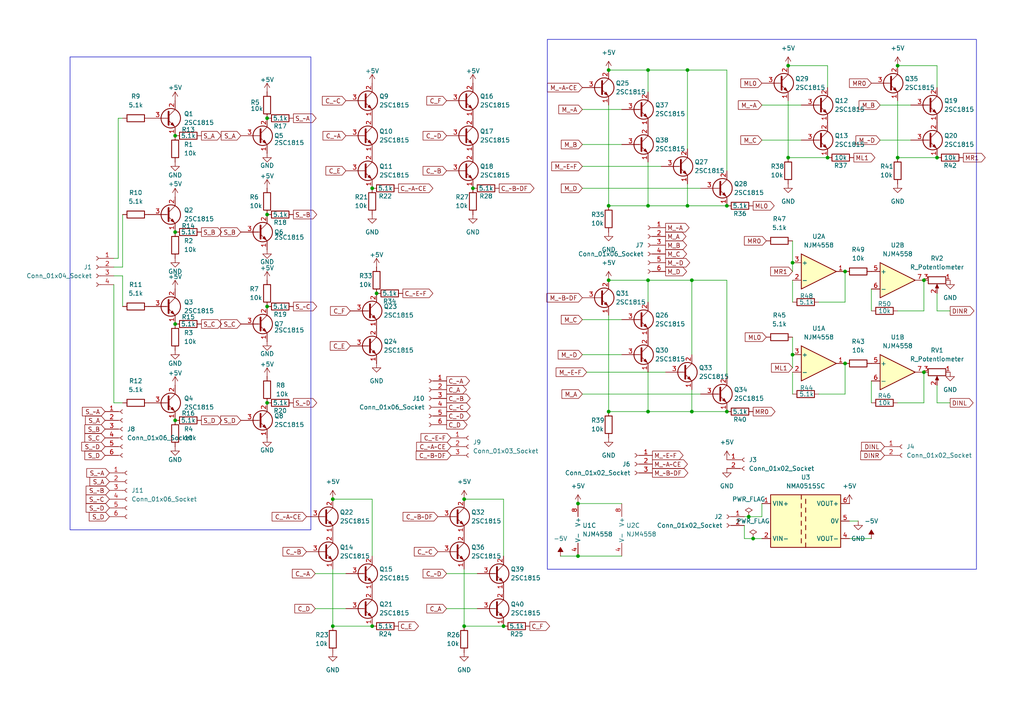
<source format=kicad_sch>
(kicad_sch (version 20231120) (generator "eeschema") (generator_version "8.0")
  (paper "A4")
  (junction (at 245.11 78.74))
  (junction (at 167.64 146.05))
  (junction (at 260.35 45.72))
  (junction (at 229.87 76.2))
  (junction (at 96.52 144.78))
  (junction (at 176.53 20.32))
  (junction (at 260.35 19.05))
  (junction (at 77.47 116.84))
  (junction (at 50.8 39.37))
  (junction (at 77.47 88.9))
  (junction (at 200.66 119.38))
  (junction (at 200.66 81.28))
  (junction (at 77.47 62.23))
  (junction (at 228.6 19.05))
  (junction (at 167.64 161.29))
  (junction (at 96.52 181.61))
  (junction (at 245.11 105.41))
  (junction (at 187.96 20.32))
  (junction (at 187.96 119.38))
  (junction (at 107.95 54.61))
  (junction (at 218.44 156.21))
  (junction (at 176.53 59.69))
  (junction (at 109.22 85.09))
  (junction (at 240.03 45.72))
  (junction (at 187.96 81.28))
  (junction (at 50.8 121.92))
  (junction (at 176.53 81.28))
  (junction (at 210.82 119.38))
  (junction (at 228.6 45.72))
  (junction (at 229.87 102.87))
  (junction (at 199.39 20.32))
  (junction (at 267.97 107.95))
  (junction (at 137.16 54.61))
  (junction (at 199.39 59.69))
  (junction (at 267.97 81.28))
  (junction (at 187.96 59.69))
  (junction (at 176.53 119.38))
  (junction (at 134.62 181.61))
  (junction (at 271.78 45.72))
  (junction (at 107.95 181.61))
  (junction (at 50.8 93.98))
  (junction (at 77.47 34.29))
  (junction (at 217.17 149.86))
  (junction (at 50.8 67.31))
  (junction (at 134.62 144.78))
  (junction (at 146.05 181.61))
  (junction (at 210.82 59.69))
  (wire (pts (xy 210.82 81.28) (xy 210.82 109.22)))
  (wire (pts (xy 229.87 97.79) (xy 229.87 102.87)))
  (wire (pts (xy 134.62 181.61) (xy 146.05 181.61)))
  (wire (pts (xy 260.35 29.21) (xy 260.35 45.72)))
  (wire (pts (xy 168.91 102.87) (xy 180.34 102.87)))
  (wire (pts (xy 176.53 91.44) (xy 176.53 119.38)))
  (wire (pts (xy 176.53 59.69) (xy 187.96 59.69)))
  (wire (pts (xy 271.78 19.05) (xy 260.35 19.05)))
  (wire (pts (xy 168.91 41.91) (xy 180.34 41.91)))
  (wire (pts (xy 267.97 90.17) (xy 267.97 81.28)))
  (wire (pts (xy 246.38 151.13) (xy 248.92 151.13)))
  (wire (pts (xy 187.96 59.69) (xy 199.39 59.69)))
  (wire (pts (xy 218.44 156.21) (xy 220.98 156.21)))
  (wire (pts (xy 229.87 69.85) (xy 229.87 76.2)))
  (wire (pts (xy 255.27 30.48) (xy 264.16 30.48)))
  (wire (pts (xy 199.39 59.69) (xy 210.82 59.69)))
  (wire (pts (xy 199.39 20.32) (xy 210.82 20.32)))
  (wire (pts (xy 187.96 81.28) (xy 187.96 87.63)))
  (wire (pts (xy 34.29 34.29) (xy 35.56 34.29)))
  (wire (pts (xy 107.95 144.78) (xy 96.52 144.78)))
  (wire (pts (xy 228.6 29.21) (xy 228.6 45.72)))
  (wire (pts (xy 146.05 144.78) (xy 146.05 161.29)))
  (wire (pts (xy 96.52 181.61) (xy 107.95 181.61)))
  (wire (pts (xy 260.35 116.84) (xy 267.97 116.84)))
  (wire (pts (xy 229.87 76.2) (xy 229.87 78.74)))
  (wire (pts (xy 146.05 144.78) (xy 134.62 144.78)))
  (wire (pts (xy 220.98 40.64) (xy 232.41 40.64)))
  (wire (pts (xy 134.62 165.1) (xy 134.62 181.61)))
  (wire (pts (xy 96.52 165.1) (xy 96.52 181.61)))
  (wire (pts (xy 34.29 74.93) (xy 33.02 74.93)))
  (wire (pts (xy 252.73 110.49) (xy 252.73 116.84)))
  (wire (pts (xy 107.95 144.78) (xy 107.95 161.29)))
  (wire (pts (xy 176.53 119.38) (xy 187.96 119.38)))
  (wire (pts (xy 33.02 82.55) (xy 33.02 116.84)))
  (wire (pts (xy 168.91 48.26) (xy 191.77 48.26)))
  (wire (pts (xy 237.49 87.63) (xy 245.11 87.63)))
  (wire (pts (xy 200.66 113.03) (xy 200.66 119.38)))
  (wire (pts (xy 34.29 34.29) (xy 34.29 74.93)))
  (wire (pts (xy 91.44 166.37) (xy 100.33 166.37)))
  (wire (pts (xy 35.56 62.23) (xy 35.56 77.47)))
  (wire (pts (xy 240.03 25.4) (xy 240.03 19.05)))
  (wire (pts (xy 167.64 146.05) (xy 180.34 146.05)))
  (wire (pts (xy 245.11 87.63) (xy 245.11 78.74)))
  (wire (pts (xy 275.59 116.84) (xy 271.78 116.84)))
  (wire (pts (xy 176.53 81.28) (xy 187.96 81.28)))
  (wire (pts (xy 260.35 45.72) (xy 271.78 45.72)))
  (wire (pts (xy 176.53 20.32) (xy 187.96 20.32)))
  (wire (pts (xy 252.73 156.21) (xy 246.38 156.21)))
  (wire (pts (xy 168.91 92.71) (xy 180.34 92.71)))
  (wire (pts (xy 187.96 107.95) (xy 187.96 119.38)))
  (wire (pts (xy 260.35 90.17) (xy 267.97 90.17)))
  (wire (pts (xy 35.56 80.01) (xy 35.56 88.9)))
  (wire (pts (xy 237.49 114.3) (xy 245.11 114.3)))
  (wire (pts (xy 220.98 149.86) (xy 220.98 146.05)))
  (wire (pts (xy 252.73 83.82) (xy 252.73 90.17)))
  (wire (pts (xy 229.87 107.95) (xy 229.87 114.3)))
  (wire (pts (xy 162.56 161.29) (xy 167.64 161.29)))
  (wire (pts (xy 215.9 149.86) (xy 217.17 149.86)))
  (wire (pts (xy 271.78 85.09) (xy 271.78 90.17)))
  (wire (pts (xy 187.96 20.32) (xy 199.39 20.32)))
  (wire (pts (xy 168.91 31.75) (xy 180.34 31.75)))
  (wire (pts (xy 200.66 81.28) (xy 200.66 102.87)))
  (wire (pts (xy 33.02 116.84) (xy 35.56 116.84)))
  (wire (pts (xy 271.78 25.4) (xy 271.78 19.05)))
  (wire (pts (xy 271.78 116.84) (xy 271.78 111.76)))
  (wire (pts (xy 176.53 30.48) (xy 176.53 59.69)))
  (wire (pts (xy 187.96 81.28) (xy 200.66 81.28)))
  (wire (pts (xy 33.02 80.01) (xy 35.56 80.01)))
  (wire (pts (xy 168.91 54.61) (xy 203.2 54.61)))
  (wire (pts (xy 245.11 114.3) (xy 245.11 105.41)))
  (wire (pts (xy 215.9 156.21) (xy 218.44 156.21)))
  (wire (pts (xy 170.18 107.95) (xy 193.04 107.95)))
  (wire (pts (xy 255.27 40.64) (xy 264.16 40.64)))
  (wire (pts (xy 267.97 116.84) (xy 267.97 107.95)))
  (wire (pts (xy 167.64 161.29) (xy 180.34 161.29)))
  (wire (pts (xy 271.78 90.17) (xy 275.59 90.17)))
  (wire (pts (xy 168.91 114.3) (xy 203.2 114.3)))
  (wire (pts (xy 229.87 81.28) (xy 229.87 87.63)))
  (wire (pts (xy 199.39 20.32) (xy 199.39 43.18)))
  (wire (pts (xy 33.02 77.47) (xy 35.56 77.47)))
  (wire (pts (xy 229.87 106.68) (xy 229.87 102.87)))
  (wire (pts (xy 217.17 149.86) (xy 220.98 149.86)))
  (wire (pts (xy 187.96 119.38) (xy 200.66 119.38)))
  (wire (pts (xy 215.9 152.4) (xy 215.9 156.21)))
  (wire (pts (xy 199.39 53.34) (xy 199.39 59.69)))
  (wire (pts (xy 187.96 46.99) (xy 187.96 59.69)))
  (wire (pts (xy 129.54 176.53) (xy 138.43 176.53)))
  (wire (pts (xy 240.03 19.05) (xy 228.6 19.05)))
  (wire (pts (xy 200.66 119.38) (xy 210.82 119.38)))
  (wire (pts (xy 210.82 20.32) (xy 210.82 49.53)))
  (wire (pts (xy 91.44 176.53) (xy 100.33 176.53)))
  (wire (pts (xy 129.54 166.37) (xy 138.43 166.37)))
  (wire (pts (xy 187.96 20.32) (xy 187.96 26.67)))
  (wire (pts (xy 220.98 30.48) (xy 232.41 30.48)))
  (wire (pts (xy 200.66 81.28) (xy 210.82 81.28)))
  (wire (pts (xy 228.6 45.72) (xy 240.03 45.72)))
  (rectangle (start 158.75 11.43) (end 283.21 165.1))
  (rectangle (start 20.32 16.51) (end 90.17 153.67))
  (global_label "MR0" (shape input) (at 252.73 24.13 180) (property "Intersheetrefs" "${INTERSHEET_REFS}" (effects (hide yes))))
  (global_label "C_~B~DF" (shape output) (at 144.78 54.61 0) (property "Intersheetrefs" "${INTERSHEET_REFS}" (effects (hide yes))))
  (global_label "C_F" (shape output) (at 153.67 181.61 0) (property "Intersheetrefs" "${INTERSHEET_REFS}" (effects (hide yes))))
  (global_label "M_A" (shape output) (at 193.04 68.58 0) (property "Intersheetrefs" "${INTERSHEET_REFS}" (effects (hide yes))))
  (global_label "S_B" (shape output) (at 58.42 67.31 0) (property "Intersheetrefs" "${INTERSHEET_REFS}" (effects (hide yes))))
  (global_label "S_C" (shape input) (at 30.48 127 180) (property "Intersheetrefs" "${INTERSHEET_REFS}" (effects (hide yes))))
  (global_label "M_~D" (shape output) (at 193.04 76.2 0) (property "Intersheetrefs" "${INTERSHEET_REFS}" (effects (hide yes))))
  (global_label "C_~A~CE" (shape output) (at 115.57 54.61 0) (property "Intersheetrefs" "${INTERSHEET_REFS}" (effects (hide yes))))
  (global_label "S_D" (shape input) (at 69.85 121.92 180) (property "Intersheetrefs" "${INTERSHEET_REFS}" (effects (hide yes))))
  (global_label "C_~A~CE" (shape input) (at 88.9 149.86 180) (property "Intersheetrefs" "${INTERSHEET_REFS}" (effects (hide yes))))
  (global_label "MR0" (shape output) (at 218.44 119.38 0) (property "Intersheetrefs" "${INTERSHEET_REFS}" (effects (hide yes))))
  (global_label "S_~B" (shape output) (at 85.09 62.23 0) (property "Intersheetrefs" "${INTERSHEET_REFS}" (effects (hide yes))))
  (global_label "C_~E~F" (shape input) (at 130.81 127 180) (property "Intersheetrefs" "${INTERSHEET_REFS}" (effects (hide yes))))
  (global_label "S_A" (shape input) (at 30.48 121.92 180) (property "Intersheetrefs" "${INTERSHEET_REFS}" (effects (hide yes))))
  (global_label "DINL" (shape output) (at 275.59 116.84 0) (property "Intersheetrefs" "${INTERSHEET_REFS}" (effects (hide yes))))
  (global_label "M_~A" (shape input) (at 168.91 31.75 180) (property "Intersheetrefs" "${INTERSHEET_REFS}" (effects (hide yes))))
  (global_label "M_~A~CE" (shape input) (at 168.91 25.4 180) (property "Intersheetrefs" "${INTERSHEET_REFS}" (effects (hide yes))))
  (global_label "M_~A" (shape input) (at 220.98 30.48 180) (property "Intersheetrefs" "${INTERSHEET_REFS}" (effects (hide yes))))
  (global_label "C_~B" (shape output) (at 129.54 115.57 0) (property "Intersheetrefs" "${INTERSHEET_REFS}" (effects (hide yes))))
  (global_label "ML1" (shape input) (at 229.87 106.68 180) (property "Intersheetrefs" "${INTERSHEET_REFS}" (effects (hide yes))))
  (global_label "M_~B~DF" (shape output) (at 189.23 137.16 0) (property "Intersheetrefs" "${INTERSHEET_REFS}" (effects (hide yes))))
  (global_label "S_A" (shape input) (at 31.75 139.7 180) (property "Intersheetrefs" "${INTERSHEET_REFS}" (effects (hide yes))))
  (global_label "M_B" (shape output) (at 193.04 71.12 0) (property "Intersheetrefs" "${INTERSHEET_REFS}" (effects (hide yes))))
  (global_label "S_~D" (shape output) (at 85.09 116.84 0) (property "Intersheetrefs" "${INTERSHEET_REFS}" (effects (hide yes))))
  (global_label "S_D" (shape input) (at 30.48 132.08 180) (property "Intersheetrefs" "${INTERSHEET_REFS}" (effects (hide yes))))
  (global_label "M_C" (shape output) (at 193.04 73.66 0) (property "Intersheetrefs" "${INTERSHEET_REFS}" (effects (hide yes))))
  (global_label "S_B" (shape input) (at 30.48 124.46 180) (property "Intersheetrefs" "${INTERSHEET_REFS}" (effects (hide yes))))
  (global_label "M_D" (shape output) (at 193.04 78.74 0) (property "Intersheetrefs" "${INTERSHEET_REFS}" (effects (hide yes))))
  (global_label "S_~A" (shape input) (at 31.75 137.16 180) (property "Intersheetrefs" "${INTERSHEET_REFS}" (effects (hide yes))))
  (global_label "M_~E~F" (shape output) (at 189.23 132.08 0) (property "Intersheetrefs" "${INTERSHEET_REFS}" (effects (hide yes))))
  (global_label "C_A" (shape output) (at 129.54 113.03 0) (property "Intersheetrefs" "${INTERSHEET_REFS}" (effects (hide yes))))
  (global_label "C_~C" (shape output) (at 129.54 118.11 0) (property "Intersheetrefs" "${INTERSHEET_REFS}" (effects (hide yes))))
  (global_label "ML1" (shape output) (at 247.65 45.72 0) (property "Intersheetrefs" "${INTERSHEET_REFS}" (effects (hide yes))))
  (global_label "S_~B" (shape input) (at 31.75 142.24 180) (property "Intersheetrefs" "${INTERSHEET_REFS}" (effects (hide yes))))
  (global_label "S_~D" (shape input) (at 31.75 147.32 180) (property "Intersheetrefs" "${INTERSHEET_REFS}" (effects (hide yes))))
  (global_label "C_~D" (shape output) (at 129.54 120.65 0) (property "Intersheetrefs" "${INTERSHEET_REFS}" (effects (hide yes))))
  (global_label "C_~B" (shape input) (at 88.9 160.02 180) (property "Intersheetrefs" "${INTERSHEET_REFS}" (effects (hide yes))))
  (global_label "C_D" (shape output) (at 129.54 123.19 0) (property "Intersheetrefs" "${INTERSHEET_REFS}" (effects (hide yes))))
  (global_label "S_D" (shape input) (at 31.75 149.86 180) (property "Intersheetrefs" "${INTERSHEET_REFS}" (effects (hide yes))))
  (global_label "C_~A" (shape input) (at 100.33 39.37 180) (property "Intersheetrefs" "${INTERSHEET_REFS}" (effects (hide yes))))
  (global_label "ML0" (shape output) (at 218.44 59.69 0) (property "Intersheetrefs" "${INTERSHEET_REFS}" (effects (hide yes))))
  (global_label "M_D" (shape input) (at 168.91 54.61 180) (property "Intersheetrefs" "${INTERSHEET_REFS}" (effects (hide yes))))
  (global_label "C_~C" (shape input) (at 100.33 29.21 180) (property "Intersheetrefs" "${INTERSHEET_REFS}" (effects (hide yes))))
  (global_label "MR1" (shape input) (at 229.87 78.74 180) (property "Intersheetrefs" "${INTERSHEET_REFS}" (effects (hide yes))))
  (global_label "C_~A~CE" (shape input) (at 130.81 129.54 180) (property "Intersheetrefs" "${INTERSHEET_REFS}" (effects (hide yes))))
  (global_label "C_~D" (shape input) (at 129.54 166.37 180) (property "Intersheetrefs" "${INTERSHEET_REFS}" (effects (hide yes))))
  (global_label "C_~E~F" (shape output) (at 116.84 85.09 0) (property "Intersheetrefs" "${INTERSHEET_REFS}" (effects (hide yes))))
  (global_label "M_A" (shape input) (at 168.91 114.3 180) (property "Intersheetrefs" "${INTERSHEET_REFS}" (effects (hide yes))))
  (global_label "S_~C" (shape output) (at 85.09 88.9 0) (property "Intersheetrefs" "${INTERSHEET_REFS}" (effects (hide yes))))
  (global_label "M_C" (shape input) (at 168.91 92.71 180) (property "Intersheetrefs" "${INTERSHEET_REFS}" (effects (hide yes))))
  (global_label "S_~C" (shape input) (at 31.75 144.78 180) (property "Intersheetrefs" "${INTERSHEET_REFS}" (effects (hide yes))))
  (global_label "M_~E~F" (shape input) (at 168.91 48.26 180) (property "Intersheetrefs" "${INTERSHEET_REFS}" (effects (hide yes))))
  (global_label "S_C" (shape input) (at 69.85 93.98 180) (property "Intersheetrefs" "${INTERSHEET_REFS}" (effects (hide yes))))
  (global_label "S_~A" (shape input) (at 30.48 119.38 180) (property "Intersheetrefs" "${INTERSHEET_REFS}" (effects (hide yes))))
  (global_label "C_E" (shape input) (at 101.6 100.33 180) (property "Intersheetrefs" "${INTERSHEET_REFS}" (effects (hide yes))))
  (global_label "S_B" (shape input) (at 69.85 67.31 180) (property "Intersheetrefs" "${INTERSHEET_REFS}" (effects (hide yes))))
  (global_label "MR0" (shape input) (at 222.25 69.85 180) (property "Intersheetrefs" "${INTERSHEET_REFS}" (effects (hide yes))))
  (global_label "S_~A" (shape output) (at 85.09 34.29 0) (property "Intersheetrefs" "${INTERSHEET_REFS}" (effects (hide yes))))
  (global_label "C_~B" (shape input) (at 129.54 49.53 180) (property "Intersheetrefs" "${INTERSHEET_REFS}" (effects (hide yes))))
  (global_label "M_~D" (shape input) (at 168.91 102.87 180) (property "Intersheetrefs" "${INTERSHEET_REFS}" (effects (hide yes))))
  (global_label "DINR" (shape output) (at 275.59 90.17 0) (property "Intersheetrefs" "${INTERSHEET_REFS}" (effects (hide yes))))
  (global_label "M_~B~DF" (shape input) (at 168.91 86.36 180) (property "Intersheetrefs" "${INTERSHEET_REFS}" (effects (hide yes))))
  (global_label "S_A" (shape input) (at 69.85 39.37 180) (property "Intersheetrefs" "${INTERSHEET_REFS}" (effects (hide yes))))
  (global_label "S_A" (shape output) (at 58.42 39.37 0) (property "Intersheetrefs" "${INTERSHEET_REFS}" (effects (hide yes))))
  (global_label "C_~C" (shape input) (at 127 160.02 180) (property "Intersheetrefs" "${INTERSHEET_REFS}" (effects (hide yes))))
  (global_label "C_~B~DF" (shape input) (at 127 149.86 180) (property "Intersheetrefs" "${INTERSHEET_REFS}" (effects (hide yes))))
  (global_label "M_B" (shape input) (at 168.91 41.91 180) (property "Intersheetrefs" "${INTERSHEET_REFS}" (effects (hide yes))))
  (global_label "DINL" (shape input) (at 256.54 129.54 180) (property "Intersheetrefs" "${INTERSHEET_REFS}" (effects (hide yes))))
  (global_label "MR1" (shape output) (at 279.4 45.72 0) (property "Intersheetrefs" "${INTERSHEET_REFS}" (effects (hide yes))))
  (global_label "M_B" (shape input) (at 255.27 30.48 180) (property "Intersheetrefs" "${INTERSHEET_REFS}" (effects (hide yes))))
  (global_label "C_E" (shape input) (at 100.33 49.53 180) (property "Intersheetrefs" "${INTERSHEET_REFS}" (effects (hide yes))))
  (global_label "C_F" (shape input) (at 101.6 90.17 180) (property "Intersheetrefs" "${INTERSHEET_REFS}" (effects (hide yes))))
  (global_label "M_~E~F" (shape input) (at 170.18 107.95 180) (property "Intersheetrefs" "${INTERSHEET_REFS}" (effects (hide yes))))
  (global_label "ML0" (shape input) (at 222.25 97.79 180) (property "Intersheetrefs" "${INTERSHEET_REFS}" (effects (hide yes))))
  (global_label "M_~A" (shape output) (at 193.04 66.04 0) (property "Intersheetrefs" "${INTERSHEET_REFS}" (effects (hide yes))))
  (global_label "C_~A" (shape input) (at 91.44 166.37 180) (property "Intersheetrefs" "${INTERSHEET_REFS}" (effects (hide yes))))
  (global_label "S_C" (shape output) (at 58.42 93.98 0) (property "Intersheetrefs" "${INTERSHEET_REFS}" (effects (hide yes))))
  (global_label "M_C" (shape input) (at 220.98 40.64 180) (property "Intersheetrefs" "${INTERSHEET_REFS}" (effects (hide yes))))
  (global_label "C_D" (shape input) (at 91.44 176.53 180) (property "Intersheetrefs" "${INTERSHEET_REFS}" (effects (hide yes))))
  (global_label "C_~D" (shape input) (at 129.54 39.37 180) (property "Intersheetrefs" "${INTERSHEET_REFS}" (effects (hide yes))))
  (global_label "C_A" (shape input) (at 129.54 176.53 180) (property "Intersheetrefs" "${INTERSHEET_REFS}" (effects (hide yes))))
  (global_label "S_D" (shape output) (at 58.42 121.92 0) (property "Intersheetrefs" "${INTERSHEET_REFS}" (effects (hide yes))))
  (global_label "M_~A~CE" (shape output) (at 189.23 134.62 0) (property "Intersheetrefs" "${INTERSHEET_REFS}" (effects (hide yes))))
  (global_label "C_~B~DF" (shape input) (at 130.81 132.08 180) (property "Intersheetrefs" "${INTERSHEET_REFS}" (effects (hide yes))))
  (global_label "C_E" (shape output) (at 115.57 181.61 0) (property "Intersheetrefs" "${INTERSHEET_REFS}" (effects (hide yes))))
  (global_label "C_F" (shape input) (at 129.54 29.21 180) (property "Intersheetrefs" "${INTERSHEET_REFS}" (effects (hide yes))))
  (global_label "DINR" (shape input) (at 256.54 132.08 180) (property "Intersheetrefs" "${INTERSHEET_REFS}" (effects (hide yes))))
  (global_label "C_~A" (shape output) (at 129.54 110.49 0) (property "Intersheetrefs" "${INTERSHEET_REFS}" (effects (hide yes))))
  (global_label "S_~D" (shape input) (at 30.48 129.54 180) (property "Intersheetrefs" "${INTERSHEET_REFS}" (effects (hide yes))))
  (global_label "M_~D" (shape input) (at 255.27 40.64 180) (property "Intersheetrefs" "${INTERSHEET_REFS}" (effects (hide yes))))
  (global_label "ML0" (shape input) (at 220.98 24.13 180) (property "Intersheetrefs" "${INTERSHEET_REFS}" (effects (hide yes))))
  (symbol (lib_id "Connector:Conn_01x02_Socket") (at 261.62 129.54 0) (unit 1)
    (property "Reference" "J4" (at 262.89 129.5399 0) (effects (justify left)))
    (property "Value" "Conn_01x02_Socket" (at 262.89 132.0799 0) (effects (justify left)))
    (property "Footprint" "Connector_PinSocket_2.54mm:PinSocket_1x02_P2.54mm_Vertical" (effects (hide yes)))
    (property "Description" "Generic connector, single row, 01x02, script generated" (effects (hide yes)))
  )
  (symbol (lib_id "Transistor_BJT:2SC1815") (at 198.12 107.95 0) (unit 1)
    (property "Reference" "Q33" (at 202.692 106.68 0) (effects (justify left)))
    (property "Value" "2SC1815" (at 202.692 109.22 0) (effects (justify left)))
    (property "Footprint" "Package_TO_SOT_THT:TO-92_Inline_Wide" (effects (hide yes)))
    (property "Datasheet" "https://media.digikey.com/pdf/Data%20Sheets/Toshiba%20PDFs/2SC1815.pdf" (effects (hide yes)))
    (property "Description" "0.15A Ic, 50V Vce, Low Noise Audio NPN Transistor, TO-92" (effects (hide yes)))
  )
  (symbol (lib_id "Device:R") (at 81.28 34.29 270) (unit 1)
    (property "Reference" "R17" (at 81.28 36.576 90))
    (property "Value" "5.1k" (at 81.28 34.29 90))
    (property "Footprint" "Resistor_THT:R_Axial_DIN0204_L3.6mm_D1.6mm_P5.08mm_Horizontal" (effects (hide yes)))
    (property "Description" "Resistor" (effects (hide yes)))
  )
  (symbol (lib_id "power:GND") (at 228.6 53.34 0) (unit 1)
    (property "Reference" "#PWR034" (effects (hide yes)))
    (property "Value" "GND" (at 228.6 58.42 0))
    (property "Description" "Power symbol creates a global label with name \"GND\" , ground" (effects (hide yes)))
  )
  (symbol (lib_id "Device:R") (at 50.8 43.18 0) (unit 1)
    (property "Reference" "R1" (at 53.34 41.9099 0) (effects (justify left)))
    (property "Value" "10k" (at 53.34 44.4499 0) (effects (justify left)))
    (property "Footprint" "Resistor_THT:R_Axial_DIN0204_L3.6mm_D1.6mm_P5.08mm_Horizontal" (effects (hide yes)))
    (property "Description" "Resistor" (effects (hide yes)))
  )
  (symbol (lib_id "Device:R") (at 54.61 39.37 270) (unit 1)
    (property "Reference" "R13" (at 54.61 37.592 90))
    (property "Value" "5.1k" (at 54.61 39.37 90))
    (property "Footprint" "Resistor_THT:R_Axial_DIN0204_L3.6mm_D1.6mm_P7.62mm_Horizontal" (effects (hide yes)))
    (property "Description" "Resistor" (effects (hide yes)))
  )
  (symbol (lib_id "Device:R") (at 54.61 93.98 270) (unit 1)
    (property "Reference" "R15" (at 54.61 91.948 90))
    (property "Value" "5.1k" (at 54.61 93.98 90))
    (property "Footprint" "Resistor_THT:R_Axial_DIN0204_L3.6mm_D1.6mm_P7.62mm_Horizontal" (effects (hide yes)))
    (property "Description" "Resistor" (effects (hide yes)))
  )
  (symbol (lib_id "Transistor_BJT:2SC1815") (at 48.26 116.84 0) (unit 1)
    (property "Reference" "Q4" (at 53.34 115.5699 0) (effects (justify left)))
    (property "Value" "2SC1815" (at 53.34 118.1099 0) (effects (justify left)))
    (property "Footprint" "Package_TO_SOT_THT:TO-92_Inline_Wide" (effects (hide yes)))
    (property "Datasheet" "https://media.digikey.com/pdf/Data%20Sheets/Toshiba%20PDFs/2SC1815.pdf" (effects (hide yes)))
    (property "Description" "0.15A Ic, 50V Vce, Low Noise Audio NPN Transistor, TO-92" (effects (hide yes)))
  )
  (symbol (lib_id "Device:R") (at 39.37 88.9 270) (unit 1)
    (property "Reference" "R11" (at 39.37 82.55 90))
    (property "Value" "5.1k" (at 39.37 85.09 90))
    (property "Footprint" "Resistor_THT:R_Axial_DIN0204_L3.6mm_D1.6mm_P5.08mm_Horizontal" (effects (hide yes)))
    (property "Description" "Resistor" (effects (hide yes)))
  )
  (symbol (lib_id "power:+5V") (at 228.6 19.05 0) (unit 1)
    (property "Reference" "#PWR033" (effects (hide yes)))
    (property "Value" "+5V" (at 228.6 13.97 0))
    (property "Description" "Power symbol creates a global label with name \"+5V\"" (effects (hide yes)))
  )
  (symbol (lib_id "Transistor_BJT:2SC1815") (at 106.68 90.17 0) (unit 1)
    (property "Reference" "Q23" (at 111.252 88.9 0) (effects (justify left)))
    (property "Value" "2SC1815" (at 111.252 91.44 0) (effects (justify left)))
    (property "Footprint" "Package_TO_SOT_THT:TO-92_Inline_Wide" (effects (hide yes)))
    (property "Datasheet" "https://media.digikey.com/pdf/Data%20Sheets/Toshiba%20PDFs/2SC1815.pdf" (effects (hide yes)))
    (property "Description" "0.15A Ic, 50V Vce, Low Noise Audio NPN Transistor, TO-92" (effects (hide yes)))
  )
  (symbol (lib_id "Connector:Conn_01x02_Socket") (at 215.9 133.35 0) (unit 1)
    (property "Reference" "J3" (at 217.17 133.3499 0) (effects (justify left)))
    (property "Value" "Conn_01x02_Socket" (at 217.17 135.8899 0) (effects (justify left)))
    (property "Footprint" "Connector_PinSocket_2.54mm:PinSocket_1x02_P2.54mm_Vertical" (effects (hide yes)))
    (property "Description" "Generic connector, single row, 01x02, script generated" (effects (hide yes)))
  )
  (symbol (lib_id "Transistor_BJT:2SC1815") (at 132.08 160.02 0) (unit 1)
    (property "Reference" "Q36" (at 136.652 158.75 0) (effects (justify left)))
    (property "Value" "2SC1815" (at 136.652 161.29 0) (effects (justify left)))
    (property "Footprint" "Package_TO_SOT_THT:TO-92_Inline_Wide" (effects (hide yes)))
    (property "Datasheet" "https://media.digikey.com/pdf/Data%20Sheets/Toshiba%20PDFs/2SC1815.pdf" (effects (hide yes)))
    (property "Description" "0.15A Ic, 50V Vce, Low Noise Audio NPN Transistor, TO-92" (effects (hide yes)))
  )
  (symbol (lib_id "Device:R") (at 275.59 45.72 270) (unit 1)
    (property "Reference" "R42" (at 275.59 48.006 90))
    (property "Value" "10k" (at 275.59 45.72 90))
    (property "Footprint" "Resistor_THT:R_Axial_DIN0204_L3.6mm_D1.6mm_P5.08mm_Horizontal" (effects (hide yes)))
    (property "Description" "Resistor" (effects (hide yes)))
  )
  (symbol (lib_id "power:+5V") (at 134.62 144.78 0) (unit 1)
    (property "Reference" "#PWR021" (effects (hide yes)))
    (property "Value" "+5V" (at 134.62 139.7 0))
    (property "Description" "Power symbol creates a global label with name \"+5V\"" (effects (hide yes)))
  )
  (symbol (lib_id "Device:R") (at 256.54 116.84 270) (unit 1)
    (property "Reference" "R46" (at 256.54 114.808 90))
    (property "Value" "10k" (at 256.54 116.84 90))
    (property "Footprint" "Resistor_THT:R_Axial_DIN0204_L3.6mm_D1.6mm_P5.08mm_Horizontal" (effects (hide yes)))
    (property "Description" "Resistor" (effects (hide yes)))
  )
  (symbol (lib_id "Transistor_BJT:2SC1815") (at 173.99 25.4 0) (unit 1)
    (property "Reference" "Q25" (at 178.562 24.13 0) (effects (justify left)))
    (property "Value" "2SC1815" (at 178.562 26.67 0) (effects (justify left)))
    (property "Footprint" "Package_TO_SOT_THT:TO-92_Inline_Wide" (effects (hide yes)))
    (property "Datasheet" "https://media.digikey.com/pdf/Data%20Sheets/Toshiba%20PDFs/2SC1815.pdf" (effects (hide yes)))
    (property "Description" "0.15A Ic, 50V Vce, Low Noise Audio NPN Transistor, TO-92" (effects (hide yes)))
  )
  (symbol (lib_id "Transistor_BJT:2SC1815") (at 143.51 176.53 0) (unit 1)
    (property "Reference" "Q40" (at 148.082 175.26 0) (effects (justify left)))
    (property "Value" "2SC1815" (at 148.082 177.8 0) (effects (justify left)))
    (property "Footprint" "Package_TO_SOT_THT:TO-92_Inline_Wide" (effects (hide yes)))
    (property "Datasheet" "https://media.digikey.com/pdf/Data%20Sheets/Toshiba%20PDFs/2SC1815.pdf" (effects (hide yes)))
    (property "Description" "0.15A Ic, 50V Vce, Low Noise Audio NPN Transistor, TO-92" (effects (hide yes)))
  )
  (symbol (lib_id "Transistor_BJT:2SC1815") (at 269.24 40.64 0) (unit 1)
    (property "Reference" "Q20" (at 273.812 39.37 0) (effects (justify left)))
    (property "Value" "2SC1815" (at 273.812 41.91 0) (effects (justify left)))
    (property "Footprint" "Package_TO_SOT_THT:TO-92_Inline_Wide" (effects (hide yes)))
    (property "Datasheet" "https://media.digikey.com/pdf/Data%20Sheets/Toshiba%20PDFs/2SC1815.pdf" (effects (hide yes)))
    (property "Description" "0.15A Ic, 50V Vce, Low Noise Audio NPN Transistor, TO-92" (effects (hide yes)))
  )
  (symbol (lib_id "power:+5V") (at 176.53 81.28 0) (unit 1)
    (property "Reference" "#PWR035" (effects (hide yes)))
    (property "Value" "+5V" (at 176.53 76.2 0))
    (property "Description" "Power symbol creates a global label with name \"+5V\"" (effects (hide yes)))
  )
  (symbol (lib_id "power:-5V") (at 162.56 161.29 0) (unit 1)
    (property "Reference" "#PWR042" (effects (hide yes)))
    (property "Value" "-5V" (at 162.56 156.21 0))
    (property "Description" "Power symbol creates a global label with name \"-5V\"" (effects (hide yes)))
  )
  (symbol (lib_id "power:GND") (at 50.8 74.93 0) (unit 1)
    (property "Reference" "#PWR06" (effects (hide yes)))
    (property "Value" "GND" (at 50.8 78.74 0))
    (property "Description" "Power symbol creates a global label with name \"GND\" , ground" (effects (hide yes)))
  )
  (symbol (lib_id "power:GND") (at 260.35 53.34 0) (unit 1)
    (property "Reference" "#PWR038" (effects (hide yes)))
    (property "Value" "GND" (at 260.35 58.42 0))
    (property "Description" "Power symbol creates a global label with name \"GND\" , ground" (effects (hide yes)))
  )
  (symbol (lib_id "power:GND") (at 50.8 129.54 0) (unit 1)
    (property "Reference" "#PWR08" (effects (hide yes)))
    (property "Value" "GND" (at 50.8 133.35 0))
    (property "Description" "Power symbol creates a global label with name \"GND\" , ground" (effects (hide yes)))
  )
  (symbol (lib_id "power:GND") (at 176.53 127 0) (unit 1)
    (property "Reference" "#PWR036" (effects (hide yes)))
    (property "Value" "GND" (at 176.53 132.08 0))
    (property "Description" "Power symbol creates a global label with name \"GND\" , ground" (effects (hide yes)))
  )
  (symbol (lib_id "Device:R") (at 39.37 34.29 270) (unit 1)
    (property "Reference" "R9" (at 39.37 27.94 90))
    (property "Value" "5.1k" (at 39.37 30.48 90))
    (property "Footprint" "Resistor_THT:R_Axial_DIN0204_L3.6mm_D1.6mm_P5.08mm_Horizontal" (effects (hide yes)))
    (property "Description" "Resistor" (effects (hide yes)))
  )
  (symbol (lib_id "power:+5V") (at 50.8 29.21 0) (unit 1)
    (property "Reference" "#PWR02" (effects (hide yes)))
    (property "Value" "+5V" (at 50.8 25.4 0))
    (property "Description" "Power symbol creates a global label with name \"+5V\"" (effects (hide yes)))
  )
  (symbol (lib_id "Transistor_BJT:2SC1815") (at 48.26 88.9 0) (unit 1)
    (property "Reference" "Q3" (at 53.34 87.6299 0) (effects (justify left)))
    (property "Value" "2SC1815" (at 53.34 90.1699 0) (effects (justify left)))
    (property "Footprint" "Package_TO_SOT_THT:TO-92_Inline_Wide" (effects (hide yes)))
    (property "Datasheet" "https://media.digikey.com/pdf/Data%20Sheets/Toshiba%20PDFs/2SC1815.pdf" (effects (hide yes)))
    (property "Description" "0.15A Ic, 50V Vce, Low Noise Audio NPN Transistor, TO-92" (effects (hide yes)))
  )
  (symbol (lib_id "power:GND") (at 109.22 105.41 0) (unit 1)
    (property "Reference" "#PWR030" (effects (hide yes)))
    (property "Value" "GND" (at 109.22 110.49 0))
    (property "Description" "Power symbol creates a global label with name \"GND\" , ground" (effects (hide yes)))
  )
  (symbol (lib_id "power:+5V") (at 210.82 133.35 0) (unit 1)
    (property "Reference" "#PWR046" (effects (hide yes)))
    (property "Value" "+5V" (at 210.82 128.27 0))
    (property "Description" "Power symbol creates a global label with name \"+5V\"" (effects (hide yes)))
  )
  (symbol (lib_id "Device:R") (at 77.47 58.42 0) (unit 1)
    (property "Reference" "R6" (at 72.39 57.15 0) (effects (justify left)))
    (property "Value" "10k" (at 72.39 59.69 0) (effects (justify left)))
    (property "Footprint" "Resistor_THT:R_Axial_DIN0204_L3.6mm_D1.6mm_P5.08mm_Horizontal" (effects (hide yes)))
    (property "Description" "Resistor" (effects (hide yes)))
  )
  (symbol (lib_id "Device:R") (at 109.22 81.28 0) (unit 1)
    (property "Reference" "R33" (at 104.14 80.01 0) (effects (justify left)))
    (property "Value" "10k" (at 104.14 82.55 0) (effects (justify left)))
    (property "Footprint" "Resistor_THT:R_Axial_DIN0204_L3.6mm_D1.6mm_P5.08mm_Horizontal" (effects (hide yes)))
    (property "Description" "Resistor" (effects (hide yes)))
  )
  (symbol (lib_id "power:GND") (at 77.47 127 0) (unit 1)
    (property "Reference" "#PWR016" (effects (hide yes)))
    (property "Value" "GND" (at 77.47 130.556 0))
    (property "Description" "Power symbol creates a global label with name \"GND\" , ground" (effects (hide yes)))
  )
  (symbol (lib_id "Device:R") (at 81.28 62.23 270) (unit 1)
    (property "Reference" "R18" (at 81.28 64.516 90))
    (property "Value" "5.1k" (at 81.28 62.23 90))
    (property "Footprint" "Resistor_THT:R_Axial_DIN0204_L3.6mm_D1.6mm_P5.08mm_Horizontal" (effects (hide yes)))
    (property "Description" "Resistor" (effects (hide yes)))
  )
  (symbol (lib_id "power:+5V") (at 107.95 24.13 0) (unit 1)
    (property "Reference" "#PWR017" (effects (hide yes)))
    (property "Value" "+5V" (at 107.95 20.574 0))
    (property "Description" "Power symbol creates a global label with name \"+5V\"" (effects (hide yes)))
  )
  (symbol (lib_id "Device:R") (at 54.61 67.31 270) (unit 1)
    (property "Reference" "R14" (at 54.61 65.532 90))
    (property "Value" "5.1k" (at 54.61 67.31 90))
    (property "Footprint" "Resistor_THT:R_Axial_DIN0204_L3.6mm_D1.6mm_P7.62mm_Horizontal" (effects (hide yes)))
    (property "Description" "Resistor" (effects (hide yes)))
  )
  (symbol (lib_id "Device:R") (at 107.95 58.42 0) (unit 1)
    (property "Reference" "R21" (at 102.87 57.15 0) (effects (justify left)))
    (property "Value" "10k" (at 102.87 59.69 0) (effects (justify left)))
    (property "Footprint" "Resistor_THT:R_Axial_DIN0204_L3.6mm_D1.6mm_P5.08mm_Horizontal" (effects (hide yes)))
    (property "Description" "Resistor" (effects (hide yes)))
  )
  (symbol (lib_id "Connector:Conn_01x02_Socket") (at 210.82 149.86 0) (mirror y) (unit 1)
    (property "Reference" "J2" (at 209.55 149.8599 0) (effects (justify left)))
    (property "Value" "Conn_01x02_Socket" (at 209.55 152.3999 0) (effects (justify left)))
    (property "Footprint" "Connector_PinSocket_2.54mm:PinSocket_1x02_P2.54mm_Vertical" (effects (hide yes)))
    (property "Description" "Generic connector, single row, 01x02, script generated" (effects (hide yes)))
  )
  (symbol (lib_id "Transistor_BJT:2SC1815") (at 185.42 31.75 0) (unit 1)
    (property "Reference" "Q37" (at 189.992 30.48 0) (effects (justify left)))
    (property "Value" "2SC1815" (at 189.992 33.02 0) (effects (justify left)))
    (property "Footprint" "Package_TO_SOT_THT:TO-92_Inline_Wide" (effects (hide yes)))
    (property "Datasheet" "https://media.digikey.com/pdf/Data%20Sheets/Toshiba%20PDFs/2SC1815.pdf" (effects (hide yes)))
    (property "Description" "0.15A Ic, 50V Vce, Low Noise Audio NPN Transistor, TO-92" (effects (hide yes)))
  )
  (symbol (lib_id "Device:R") (at 111.76 54.61 270) (unit 1)
    (property "Reference" "R22" (at 111.76 56.896 90))
    (property "Value" "5.1k" (at 111.76 54.61 90))
    (property "Footprint" "Resistor_THT:R_Axial_DIN0204_L3.6mm_D1.6mm_P5.08mm_Horizontal" (effects (hide yes)))
    (property "Description" "Resistor" (effects (hide yes)))
  )
  (symbol (lib_id "power:+5V") (at 176.53 20.32 0) (unit 1)
    (property "Reference" "#PWR031" (effects (hide yes)))
    (property "Value" "+5V" (at 176.53 15.24 0))
    (property "Description" "Power symbol creates a global label with name \"+5V\"" (effects (hide yes)))
  )
  (symbol (lib_id "power:GND") (at 275.59 81.28 0) (unit 1)
    (property "Reference" "#PWR040" (effects (hide yes)))
    (property "Value" "GND" (at 275.59 86.36 0))
    (property "Description" "Power symbol creates a global label with name \"GND\" , ground" (effects (hide yes)))
  )
  (symbol (lib_id "Transistor_BJT:2SC1815") (at 208.28 54.61 0) (unit 1)
    (property "Reference" "Q28" (at 212.852 53.34 0) (effects (justify left)))
    (property "Value" "2SC1815" (at 212.852 55.88 0) (effects (justify left)))
    (property "Footprint" "Package_TO_SOT_THT:TO-92_Inline_Wide" (effects (hide yes)))
    (property "Datasheet" "https://media.digikey.com/pdf/Data%20Sheets/Toshiba%20PDFs/2SC1815.pdf" (effects (hide yes)))
    (property "Description" "0.15A Ic, 50V Vce, Low Noise Audio NPN Transistor, TO-92" (effects (hide yes)))
  )
  (symbol (lib_id "power:-5V") (at 252.73 156.21 0) (unit 1)
    (property "Reference" "#PWR044" (effects (hide yes)))
    (property "Value" "-5V" (at 252.73 151.13 0))
    (property "Description" "Power symbol creates a global label with name \"-5V\"" (effects (hide yes)))
  )
  (symbol (lib_id "power:+5V") (at 96.52 144.78 0) (unit 1)
    (property "Reference" "#PWR019" (effects (hide yes)))
    (property "Value" "+5V" (at 96.52 139.7 0))
    (property "Description" "Power symbol creates a global label with name \"+5V\"" (effects (hide yes)))
  )
  (symbol (lib_id "Device:R_Potentiometer") (at 271.78 107.95 270) (unit 1)
    (property "Reference" "RV1" (at 271.78 101.6 90))
    (property "Value" "R_Potentiometer" (at 271.78 104.14 90))
    (property "Footprint" "Potentiometer_THT:Potentiometer_Bourns_3296X_Horizontal" (effects (hide yes)))
    (property "Description" "Potentiometer" (effects (hide yes)))
  )
  (symbol (lib_id "power:GND") (at 77.47 72.39 0) (unit 1)
    (property "Reference" "#PWR012" (effects (hide yes)))
    (property "Value" "GND" (at 77.47 75.946 0))
    (property "Description" "Power symbol creates a global label with name \"GND\" , ground" (effects (hide yes)))
  )
  (symbol (lib_id "Device:R") (at 260.35 49.53 0) (unit 1)
    (property "Reference" "R41" (at 255.27 48.26 0) (effects (justify left)))
    (property "Value" "10k" (at 255.27 50.8 0) (effects (justify left)))
    (property "Footprint" "Resistor_THT:R_Axial_DIN0204_L3.6mm_D1.6mm_P5.08mm_Horizontal" (effects (hide yes)))
    (property "Description" "Resistor" (effects (hide yes)))
  )
  (symbol (lib_id "Transistor_BJT:2SC1815") (at 105.41 49.53 0) (unit 1)
    (property "Reference" "Q11" (at 109.982 48.26 0) (effects (justify left)))
    (property "Value" "2SC1815" (at 109.982 50.8 0) (effects (justify left)))
    (property "Footprint" "Package_TO_SOT_THT:TO-92_Inline_Wide" (effects (hide yes)))
    (property "Datasheet" "https://media.digikey.com/pdf/Data%20Sheets/Toshiba%20PDFs/2SC1815.pdf" (effects (hide yes)))
    (property "Description" "0.15A Ic, 50V Vce, Low Noise Audio NPN Transistor, TO-92" (effects (hide yes)))
  )
  (symbol (lib_id "power:GND") (at 134.62 189.23 0) (unit 1)
    (property "Reference" "#PWR022" (effects (hide yes)))
    (property "Value" "GND" (at 134.62 194.31 0))
    (property "Description" "Power symbol creates a global label with name \"GND\" , ground" (effects (hide yes)))
  )
  (symbol (lib_id "Device:R_Potentiometer") (at 271.78 81.28 270) (unit 1)
    (property "Reference" "RV2" (at 271.78 74.93 90))
    (property "Value" "R_Potentiometer" (at 271.78 77.47 90))
    (property "Footprint" "Potentiometer_THT:Potentiometer_Bourns_3296X_Horizontal" (effects (hide yes)))
    (property "Description" "Potentiometer" (effects (hide yes)))
  )
  (symbol (lib_id "power:+5V") (at 246.38 146.05 0) (unit 1)
    (property "Reference" "#PWR043" (effects (hide yes)))
    (property "Value" "+5V" (at 246.38 140.97 0))
    (property "Description" "Power symbol creates a global label with name \"+5V\"" (effects (hide yes)))
  )
  (symbol (lib_id "Device:R") (at 113.03 85.09 270) (unit 1)
    (property "Reference" "R34" (at 113.03 87.376 90))
    (property "Value" "5.1k" (at 113.03 85.09 90))
    (property "Footprint" "Resistor_THT:R_Axial_DIN0204_L3.6mm_D1.6mm_P5.08mm_Horizontal" (effects (hide yes)))
    (property "Description" "Resistor" (effects (hide yes)))
  )
  (symbol (lib_id "Device:R") (at 81.28 116.84 270) (unit 1)
    (property "Reference" "R20" (at 81.28 119.126 90))
    (property "Value" "5.1k" (at 81.28 116.84 90))
    (property "Footprint" "Resistor_THT:R_Axial_DIN0204_L3.6mm_D1.6mm_P5.08mm_Horizontal" (effects (hide yes)))
    (property "Description" "Resistor" (effects (hide yes)))
  )
  (symbol (lib_id "Transistor_BJT:2SC1815") (at 48.26 34.29 0) (unit 1)
    (property "Reference" "Q1" (at 53.34 33.0199 0) (effects (justify left)))
    (property "Value" "2SC1815" (at 53.34 35.5599 0) (effects (justify left)))
    (property "Footprint" "Package_TO_SOT_THT:TO-92_Inline_Wide" (effects (hide yes)))
    (property "Datasheet" "https://media.digikey.com/pdf/Data%20Sheets/Toshiba%20PDFs/2SC1815.pdf" (effects (hide yes)))
    (property "Description" "0.15A Ic, 50V Vce, Low Noise Audio NPN Transistor, TO-92" (effects (hide yes)))
  )
  (symbol (lib_id "Device:R") (at 226.06 97.79 270) (unit 1)
    (property "Reference" "R45" (at 226.06 91.44 90))
    (property "Value" "5.1k" (at 226.06 93.98 90))
    (property "Footprint" "Resistor_THT:R_Axial_DIN0204_L3.6mm_D1.6mm_P5.08mm_Horizontal" (effects (hide yes)))
    (property "Description" "Resistor" (effects (hide yes)))
  )
  (symbol (lib_id "power:PWR_FLAG") (at 217.17 149.86 0) (unit 1)
    (property "Reference" "#FLG01" (effects (hide yes)))
    (property "Value" "PWR_FLAG" (at 217.17 144.78 0))
    (property "Description" "Special symbol for telling ERC where power comes from" (effects (hide yes)))
  )
  (symbol (lib_id "Connector:Conn_01x03_Socket") (at 135.89 129.54 0) (unit 1)
    (property "Reference" "J9" (at 137.16 128.2699 0) (effects (justify left)))
    (property "Value" "Conn_01x03_Socket" (at 137.16 130.8099 0) (effects (justify left)))
    (property "Footprint" "Connector_PinSocket_2.54mm:PinSocket_1x03_P2.54mm_Vertical" (effects (hide yes)))
    (property "Description" "Generic connector, single row, 01x03, script generated" (effects (hide yes)))
  )
  (symbol (lib_id "power:+5V") (at 167.64 146.05 0) (unit 1)
    (property "Reference" "#PWR041" (effects (hide yes)))
    (property "Value" "+5V" (at 167.64 140.97 0))
    (property "Description" "Power symbol creates a global label with name \"+5V\"" (effects (hide yes)))
  )
  (symbol (lib_id "Connector:Conn_01x06_Socket") (at 35.56 124.46 0) (unit 1)
    (property "Reference" "J8" (at 36.83 124.4599 0) (effects (justify left)))
    (property "Value" "Conn_01x06_Socket" (at 36.83 126.9999 0) (effects (justify left)))
    (property "Footprint" "Connector_PinSocket_2.54mm:PinSocket_1x06_P2.54mm_Vertical" (effects (hide yes)))
    (property "Description" "Generic connector, single row, 01x06, script generated" (effects (hide yes)))
  )
  (symbol (lib_id "Device:R") (at 256.54 90.17 270) (unit 1)
    (property "Reference" "R50" (at 256.54 88.138 90))
    (property "Value" "10k" (at 256.54 90.17 90))
    (property "Footprint" "Resistor_THT:R_Axial_DIN0204_L3.6mm_D1.6mm_P5.08mm_Horizontal" (effects (hide yes)))
    (property "Description" "Resistor" (effects (hide yes)))
  )
  (symbol (lib_id "Device:R") (at 233.68 87.63 270) (unit 1)
    (property "Reference" "R48" (at 233.934 85.852 90))
    (property "Value" "5.1k" (at 233.934 87.63 90))
    (property "Footprint" "Resistor_THT:R_Axial_DIN0204_L3.6mm_D1.6mm_P5.08mm_Horizontal" (effects (hide yes)))
    (property "Description" "Resistor" (effects (hide yes)))
  )
  (symbol (lib_id "Device:R") (at 140.97 54.61 270) (unit 1)
    (property "Reference" "R28" (at 140.97 56.896 90))
    (property "Value" "5.1k" (at 140.97 54.61 90))
    (property "Footprint" "Resistor_THT:R_Axial_DIN0204_L3.6mm_D1.6mm_P5.08mm_Horizontal" (effects (hide yes)))
    (property "Description" "Resistor" (effects (hide yes)))
  )
  (symbol (lib_id "power:+5V") (at 77.47 54.61 0) (unit 1)
    (property "Reference" "#PWR011" (effects (hide yes)))
    (property "Value" "+5V" (at 77.47 51.054 0))
    (property "Description" "Power symbol creates a global label with name \"+5V\"" (effects (hide yes)))
  )
  (symbol (lib_id "Device:R") (at 39.37 62.23 270) (unit 1)
    (property "Reference" "R10" (at 39.37 55.88 90))
    (property "Value" "5.1k" (at 39.37 58.42 90))
    (property "Footprint" "Resistor_THT:R_Axial_DIN0204_L3.6mm_D1.6mm_P5.08mm_Horizontal" (effects (hide yes)))
    (property "Description" "Resistor" (effects (hide yes)))
  )
  (symbol (lib_id "Transistor_BJT:2SC1815") (at 185.42 102.87 0) (unit 1)
    (property "Reference" "Q30" (at 189.992 101.6 0) (effects (justify left)))
    (property "Value" "2SC1815" (at 189.992 104.14 0) (effects (justify left)))
    (property "Footprint" "Package_TO_SOT_THT:TO-92_Inline_Wide" (effects (hide yes)))
    (property "Datasheet" "https://media.digikey.com/pdf/Data%20Sheets/Toshiba%20PDFs/2SC1815.pdf" (effects (hide yes)))
    (property "Description" "0.15A Ic, 50V Vce, Low Noise Audio NPN Transistor, TO-92" (effects (hide yes)))
  )
  (symbol (lib_id "Amplifier_Operational:NJM4558") (at 260.35 107.95 0) (unit 2)
    (property "Reference" "U1" (at 260.35 97.79 0))
    (property "Value" "NJM4558" (at 260.35 100.33 0))
    (property "Footprint" "Package_DIP:DIP-8_W7.62mm_Socket" (effects (hide yes)))
    (property "Datasheet" "http://www.njr.com/semicon/PDF/NJM4558_NJM4559_E.pdf" (effects (hide yes)))
    (property "Description" "Dual Operational Amplifier, DIP-8/DMP-8/SIP-8/SOP-8/SSOP-8" (effects (hide yes)))
  )
  (symbol (lib_id "Connector:Conn_01x06_Socket") (at 36.83 142.24 0) (unit 1)
    (property "Reference" "J11" (at 38.1 142.2399 0) (effects (justify left)))
    (property "Value" "Conn_01x06_Socket" (at 38.1 144.7799 0) (effects (justify left)))
    (property "Footprint" "Connector_PinSocket_2.54mm:PinSocket_1x06_P2.54mm_Vertical" (effects (hide yes)))
    (property "Description" "Generic connector, single row, 01x06, script generated" (effects (hide yes)))
  )
  (symbol (lib_id "Device:R") (at 134.62 185.42 0) (unit 1)
    (property "Reference" "R26" (at 129.54 184.15 0) (effects (justify left)))
    (property "Value" "10k" (at 129.54 186.69 0) (effects (justify left)))
    (property "Footprint" "Resistor_THT:R_Axial_DIN0204_L3.6mm_D1.6mm_P5.08mm_Horizontal" (effects (hide yes)))
    (property "Description" "Resistor" (effects (hide yes)))
  )
  (symbol (lib_id "power:+5V") (at 260.35 19.05 0) (unit 1)
    (property "Reference" "#PWR037" (effects (hide yes)))
    (property "Value" "+5V" (at 260.35 13.97 0))
    (property "Description" "Power symbol creates a global label with name \"+5V\"" (effects (hide yes)))
  )
  (symbol (lib_id "Transistor_BJT:2SC1815") (at 196.85 48.26 0) (unit 1)
    (property "Reference" "Q27" (at 201.422 46.99 0) (effects (justify left)))
    (property "Value" "2SC1815" (at 201.422 49.53 0) (effects (justify left)))
    (property "Footprint" "Package_TO_SOT_THT:TO-92_Inline_Wide" (effects (hide yes)))
    (property "Datasheet" "https://media.digikey.com/pdf/Data%20Sheets/Toshiba%20PDFs/2SC1815.pdf" (effects (hide yes)))
    (property "Description" "0.15A Ic, 50V Vce, Low Noise Audio NPN Transistor, TO-92" (effects (hide yes)))
  )
  (symbol (lib_id "Transistor_BJT:2SC1815") (at 257.81 24.13 0) (unit 1)
    (property "Reference" "Q35" (at 262.382 22.86 0) (effects (justify left)))
    (property "Value" "2SC1815" (at 262.382 25.4 0) (effects (justify left)))
    (property "Footprint" "Package_TO_SOT_THT:TO-92_Inline_Wide" (effects (hide yes)))
    (property "Datasheet" "https://media.digikey.com/pdf/Data%20Sheets/Toshiba%20PDFs/2SC1815.pdf" (effects (hide yes)))
    (property "Description" "0.15A Ic, 50V Vce, Low Noise Audio NPN Transistor, TO-92" (effects (hide yes)))
  )
  (symbol (lib_id "Amplifier_Operational:NJM4558") (at 182.88 153.67 0) (unit 3)
    (property "Reference" "U2" (at 181.61 152.3999 0) (effects (justify left)))
    (property "Value" "NJM4558" (at 181.61 154.9399 0) (effects (justify left)))
    (property "Footprint" "Package_DIP:DIP-8_W7.62mm_Socket" (effects (hide yes)))
    (property "Datasheet" "http://www.njr.com/semicon/PDF/NJM4558_NJM4559_E.pdf" (effects (hide yes)))
    (property "Description" "Dual Operational Amplifier, DIP-8/DMP-8/SIP-8/SOP-8/SSOP-8" (effects (hide yes)))
  )
  (symbol (lib_id "Amplifier_Operational:NJM4558") (at 237.49 78.74 0) (unit 1)
    (property "Reference" "U2" (at 237.49 68.58 0))
    (property "Value" "NJM4558" (at 237.49 71.12 0))
    (property "Footprint" "Package_DIP:DIP-8_W7.62mm_Socket" (effects (hide yes)))
    (property "Datasheet" "http://www.njr.com/semicon/PDF/NJM4558_NJM4559_E.pdf" (effects (hide yes)))
    (property "Description" "Dual Operational Amplifier, DIP-8/DMP-8/SIP-8/SOP-8/SSOP-8" (effects (hide yes)))
  )
  (symbol (lib_id "Transistor_BJT:2SC1815") (at 74.93 67.31 0) (unit 1)
    (property "Reference" "Q6" (at 79.502 67.31 0) (effects (justify left)))
    (property "Value" "2SC1815" (at 79.502 68.834 0) (effects (justify left)))
    (property "Footprint" "Package_TO_SOT_THT:TO-92_Inline_Wide" (effects (hide yes)))
    (property "Datasheet" "https://media.digikey.com/pdf/Data%20Sheets/Toshiba%20PDFs/2SC1815.pdf" (effects (hide yes)))
    (property "Description" "0.15A Ic, 50V Vce, Low Noise Audio NPN Transistor, TO-92" (effects (hide yes)))
  )
  (symbol (lib_id "Transistor_BJT:2SC1815") (at 74.93 93.98 0) (unit 1)
    (property "Reference" "Q7" (at 79.502 93.98 0) (effects (justify left)))
    (property "Value" "2SC1815" (at 79.502 95.758 0) (effects (justify left)))
    (property "Footprint" "Package_TO_SOT_THT:TO-92_Inline_Wide" (effects (hide yes)))
    (property "Datasheet" "https://media.digikey.com/pdf/Data%20Sheets/Toshiba%20PDFs/2SC1815.pdf" (effects (hide yes)))
    (property "Description" "0.15A Ic, 50V Vce, Low Noise Audio NPN Transistor, TO-92" (effects (hide yes)))
  )
  (symbol (lib_id "Transistor_BJT:2SC1815") (at 134.62 49.53 0) (unit 1)
    (property "Reference" "Q18" (at 139.192 48.26 0) (effects (justify left)))
    (property "Value" "2SC1815" (at 139.192 50.8 0) (effects (justify left)))
    (property "Footprint" "Package_TO_SOT_THT:TO-92_Inline_Wide" (effects (hide yes)))
    (property "Datasheet" "https://media.digikey.com/pdf/Data%20Sheets/Toshiba%20PDFs/2SC1815.pdf" (effects (hide yes)))
    (property "Description" "0.15A Ic, 50V Vce, Low Noise Audio NPN Transistor, TO-92" (effects (hide yes)))
  )
  (symbol (lib_id "power:PWR_FLAG") (at 218.44 156.21 0) (unit 1)
    (property "Reference" "#FLG02" (effects (hide yes)))
    (property "Value" "PWR_FLAG" (at 218.44 151.13 0))
    (property "Description" "Special symbol for telling ERC where power comes from" (effects (hide yes)))
  )
  (symbol (lib_id "Device:R") (at 77.47 113.03 0) (unit 1)
    (property "Reference" "R8" (at 80.01 111.7599 0) (effects (justify left)))
    (property "Value" "10k" (at 80.01 114.2999 0) (effects (justify left)))
    (property "Footprint" "Resistor_THT:R_Axial_DIN0204_L3.6mm_D1.6mm_P5.08mm_Horizontal" (effects (hide yes)))
    (property "Description" "Resistor" (effects (hide yes)))
  )
  (symbol (lib_id "Transistor_BJT:2SC1815") (at 269.24 30.48 0) (unit 1)
    (property "Reference" "Q19" (at 273.812 29.21 0) (effects (justify left)))
    (property "Value" "2SC1815" (at 273.812 31.75 0) (effects (justify left)))
    (property "Footprint" "Package_TO_SOT_THT:TO-92_Inline_Wide" (effects (hide yes)))
    (property "Datasheet" "https://media.digikey.com/pdf/Data%20Sheets/Toshiba%20PDFs/2SC1815.pdf" (effects (hide yes)))
    (property "Description" "0.15A Ic, 50V Vce, Low Noise Audio NPN Transistor, TO-92" (effects (hide yes)))
  )
  (symbol (lib_id "Transistor_BJT:2SC1815") (at 226.06 24.13 0) (unit 1)
    (property "Reference" "Q29" (at 230.632 22.86 0) (effects (justify left)))
    (property "Value" "2SC1815" (at 230.632 25.4 0) (effects (justify left)))
    (property "Footprint" "Package_TO_SOT_THT:TO-92_Inline_Wide" (effects (hide yes)))
    (property "Datasheet" "https://media.digikey.com/pdf/Data%20Sheets/Toshiba%20PDFs/2SC1815.pdf" (effects (hide yes)))
    (property "Description" "0.15A Ic, 50V Vce, Low Noise Audio NPN Transistor, TO-92" (effects (hide yes)))
  )
  (symbol (lib_id "Device:R") (at 233.68 114.3 270) (unit 1)
    (property "Reference" "R44" (at 233.934 112.522 90))
    (property "Value" "5.1k" (at 233.934 114.3 90))
    (property "Footprint" "Resistor_THT:R_Axial_DIN0204_L3.6mm_D1.6mm_P5.08mm_Horizontal" (effects (hide yes)))
    (property "Description" "Resistor" (effects (hide yes)))
  )
  (symbol (lib_id "Device:R") (at 54.61 121.92 270) (unit 1)
    (property "Reference" "R16" (at 54.61 119.888 90))
    (property "Value" "5.1k" (at 54.61 121.92 90))
    (property "Footprint" "Resistor_THT:R_Axial_DIN0204_L3.6mm_D1.6mm_P7.62mm_Horizontal" (effects (hide yes)))
    (property "Description" "Resistor" (effects (hide yes)))
  )
  (symbol (lib_id "Device:R") (at 50.8 71.12 0) (unit 1)
    (property "Reference" "R2" (at 53.34 69.8499 0) (effects (justify left)))
    (property "Value" "10k" (at 53.34 72.3899 0) (effects (justify left)))
    (property "Footprint" "Resistor_THT:R_Axial_DIN0204_L3.6mm_D1.6mm_P5.08mm_Horizontal" (effects (hide yes)))
    (property "Description" "Resistor" (effects (hide yes)))
  )
  (symbol (lib_id "power:+5V") (at 50.8 83.82 0) (unit 1)
    (property "Reference" "#PWR04" (effects (hide yes)))
    (property "Value" "+5V" (at 50.8 80.264 0))
    (property "Description" "Power symbol creates a global label with name \"+5V\"" (effects (hide yes)))
  )
  (symbol (lib_id "Amplifier_Operational:NJM4558") (at 260.35 81.28 0) (unit 2)
    (property "Reference" "U2" (at 260.35 71.12 0))
    (property "Value" "NJM4558" (at 260.35 73.66 0))
    (property "Footprint" "Package_DIP:DIP-8_W7.62mm_Socket" (effects (hide yes)))
    (property "Datasheet" "http://www.njr.com/semicon/PDF/NJM4558_NJM4559_E.pdf" (effects (hide yes)))
    (property "Description" "Dual Operational Amplifier, DIP-8/DMP-8/SIP-8/SOP-8/SSOP-8" (effects (hide yes)))
  )
  (symbol (lib_id "power:+5V") (at 77.47 109.22 0) (unit 1)
    (property "Reference" "#PWR015" (effects (hide yes)))
    (property "Value" "+5V" (at 77.47 105.664 0))
    (property "Description" "Power symbol creates a global label with name \"+5V\"" (effects (hide yes)))
  )
  (symbol (lib_id "power:GND") (at 176.53 67.31 0) (unit 1)
    (property "Reference" "#PWR032" (effects (hide yes)))
    (property "Value" "GND" (at 176.53 72.39 0))
    (property "Description" "Power symbol creates a global label with name \"GND\" , ground" (effects (hide yes)))
  )
  (symbol (lib_id "power:GND") (at 50.8 101.6 0) (unit 1)
    (property "Reference" "#PWR03" (effects (hide yes)))
    (property "Value" "GND" (at 50.8 105.41 0))
    (property "Description" "Power symbol creates a global label with name \"GND\" , ground" (effects (hide yes)))
  )
  (symbol (lib_id "Connector:Conn_01x06_Socket") (at 124.46 115.57 0) (mirror y) (unit 1)
    (property "Reference" "J10" (at 123.19 115.5699 0) (effects (justify left)))
    (property "Value" "Conn_01x06_Socket" (at 123.19 118.1099 0) (effects (justify left)))
    (property "Footprint" "Connector_PinSocket_2.54mm:PinSocket_1x06_P2.54mm_Vertical" (effects (hide yes)))
    (property "Description" "Generic connector, single row, 01x06, script generated" (effects (hide yes)))
  )
  (symbol (lib_id "Amplifier_Operational:NJM4558") (at 237.49 105.41 0) (unit 1)
    (property "Reference" "U1" (at 237.49 95.25 0))
    (property "Value" "NJM4558" (at 237.49 97.79 0))
    (property "Footprint" "Package_DIP:DIP-8_W7.62mm_Socket" (effects (hide yes)))
    (property "Datasheet" "http://www.njr.com/semicon/PDF/NJM4558_NJM4559_E.pdf" (effects (hide yes)))
    (property "Description" "Dual Operational Amplifier, DIP-8/DMP-8/SIP-8/SOP-8/SSOP-8" (effects (hide yes)))
  )
  (symbol (lib_id "Device:R") (at 96.52 185.42 0) (unit 1)
    (property "Reference" "R23" (at 91.44 184.15 0) (effects (justify left)))
    (property "Value" "10k" (at 91.44 186.69 0) (effects (justify left)))
    (property "Footprint" "Resistor_THT:R_Axial_DIN0204_L3.6mm_D1.6mm_P5.08mm_Horizontal" (effects (hide yes)))
    (property "Description" "Resistor" (effects (hide yes)))
  )
  (symbol (lib_id "Device:R") (at 149.86 181.61 270) (unit 1)
    (property "Reference" "R25" (at 149.86 183.896 90))
    (property "Value" "5.1k" (at 149.86 181.61 90))
    (property "Footprint" "Resistor_THT:R_Axial_DIN0204_L3.6mm_D1.6mm_P5.08mm_Horizontal" (effects (hide yes)))
    (property "Description" "Resistor" (effects (hide yes)))
  )
  (symbol (lib_id "Device:R") (at 50.8 125.73 0) (unit 1)
    (property "Reference" "R4" (at 53.34 124.4599 0) (effects (justify left)))
    (property "Value" "10k" (at 53.34 126.9999 0) (effects (justify left)))
    (property "Footprint" "Resistor_THT:R_Axial_DIN0204_L3.6mm_D1.6mm_P5.08mm_Horizontal" (effects (hide yes)))
    (property "Description" "Resistor" (effects (hide yes)))
  )
  (symbol (lib_id "Transistor_BJT:2SC1815") (at 93.98 160.02 0) (unit 1)
    (property "Reference" "Q14" (at 98.552 158.75 0) (effects (justify left)))
    (property "Value" "2SC1815" (at 98.552 161.29 0) (effects (justify left)))
    (property "Footprint" "Package_TO_SOT_THT:TO-92_Inline_Wide" (effects (hide yes)))
    (property "Datasheet" "https://media.digikey.com/pdf/Data%20Sheets/Toshiba%20PDFs/2SC1815.pdf" (effects (hide yes)))
    (property "Description" "0.15A Ic, 50V Vce, Low Noise Audio NPN Transistor, TO-92" (effects (hide yes)))
  )
  (symbol (lib_id "Transistor_BJT:2SC1815") (at 105.41 176.53 0) (unit 1)
    (property "Reference" "Q21" (at 109.982 175.26 0) (effects (justify left)))
    (property "Value" "2SC1815" (at 109.982 177.8 0) (effects (justify left)))
    (property "Footprint" "Package_TO_SOT_THT:TO-92_Inline_Wide" (effects (hide yes)))
    (property "Datasheet" "https://media.digikey.com/pdf/Data%20Sheets/Toshiba%20PDFs/2SC1815.pdf" (effects (hide yes)))
    (property "Description" "0.15A Ic, 50V Vce, Low Noise Audio NPN Transistor, TO-92" (effects (hide yes)))
  )
  (symbol (lib_id "Transistor_BJT:2SC1815") (at 134.62 29.21 0) (unit 1)
    (property "Reference" "Q16" (at 139.192 27.94 0) (effects (justify left)))
    (property "Value" "2SC1815" (at 139.192 30.48 0) (effects (justify left)))
    (property "Footprint" "Package_TO_SOT_THT:TO-92_Inline_Wide" (effects (hide yes)))
    (property "Datasheet" "https://media.digikey.com/pdf/Data%20Sheets/Toshiba%20PDFs/2SC1815.pdf" (effects (hide yes)))
    (property "Description" "0.15A Ic, 50V Vce, Low Noise Audio NPN Transistor, TO-92" (effects (hide yes)))
  )
  (symbol (lib_id "Device:R") (at 214.63 119.38 270) (unit 1)
    (property "Reference" "R40" (at 214.63 121.666 90))
    (property "Value" "5.1k" (at 214.63 119.38 90))
    (property "Footprint" "Resistor_THT:R_Axial_DIN0204_L3.6mm_D1.6mm_P5.08mm_Horizontal" (effects (hide yes)))
    (property "Description" "Resistor" (effects (hide yes)))
  )
  (symbol (lib_id "Transistor_BJT:2SC1815") (at 143.51 166.37 0) (unit 1)
    (property "Reference" "Q39" (at 148.082 165.1 0) (effects (justify left)))
    (property "Value" "2SC1815" (at 148.082 167.64 0) (effects (justify left)))
    (property "Footprint" "Package_TO_SOT_THT:TO-92_Inline_Wide" (effects (hide yes)))
    (property "Datasheet" "https://media.digikey.com/pdf/Data%20Sheets/Toshiba%20PDFs/2SC1815.pdf" (effects (hide yes)))
    (property "Description" "0.15A Ic, 50V Vce, Low Noise Audio NPN Transistor, TO-92" (effects (hide yes)))
  )
  (symbol (lib_id "Transistor_BJT:2SC1815") (at 105.41 29.21 0) (unit 1)
    (property "Reference" "Q9" (at 109.982 27.94 0) (effects (justify left)))
    (property "Value" "2SC1815" (at 109.982 30.48 0) (effects (justify left)))
    (property "Footprint" "Package_TO_SOT_THT:TO-92_Inline_Wide" (effects (hide yes)))
    (property "Datasheet" "https://media.digikey.com/pdf/Data%20Sheets/Toshiba%20PDFs/2SC1815.pdf" (effects (hide yes)))
    (property "Description" "0.15A Ic, 50V Vce, Low Noise Audio NPN Transistor, TO-92" (effects (hide yes)))
  )
  (symbol (lib_id "Device:R") (at 176.53 63.5 0) (unit 1)
    (property "Reference" "R35" (at 171.45 62.23 0) (effects (justify left)))
    (property "Value" "10k" (at 171.45 64.77 0) (effects (justify left)))
    (property "Footprint" "Resistor_THT:R_Axial_DIN0204_L3.6mm_D1.6mm_P5.08mm_Horizontal" (effects (hide yes)))
    (property "Description" "Resistor" (effects (hide yes)))
  )
  (symbol (lib_id "Device:R") (at 50.8 97.79 0) (unit 1)
    (property "Reference" "R3" (at 53.34 96.5199 0) (effects (justify left)))
    (property "Value" "10k" (at 53.34 99.0599 0) (effects (justify left)))
    (property "Footprint" "Resistor_THT:R_Axial_DIN0204_L3.6mm_D1.6mm_P5.08mm_Horizontal" (effects (hide yes)))
    (property "Description" "Resistor" (effects (hide yes)))
  )
  (symbol (lib_id "Device:R") (at 214.63 59.69 270) (unit 1)
    (property "Reference" "R36" (at 214.63 61.976 90))
    (property "Value" "5.1k" (at 214.63 59.69 90))
    (property "Footprint" "Resistor_THT:R_Axial_DIN0204_L3.6mm_D1.6mm_P5.08mm_Horizontal" (effects (hide yes)))
    (property "Description" "Resistor" (effects (hide yes)))
  )
  (symbol (lib_id "Transistor_BJT:2SC1815") (at 173.99 86.36 0) (unit 1)
    (property "Reference" "Q31" (at 178.562 85.09 0) (effects (justify left)))
    (property "Value" "2SC1815" (at 178.562 87.63 0) (effects (justify left)))
    (property "Footprint" "Package_TO_SOT_THT:TO-92_Inline_Wide" (effects (hide yes)))
    (property "Datasheet" "https://media.digikey.com/pdf/Data%20Sheets/Toshiba%20PDFs/2SC1815.pdf" (effects (hide yes)))
    (property "Description" "0.15A Ic, 50V Vce, Low Noise Audio NPN Transistor, TO-92" (effects (hide yes)))
  )
  (symbol (lib_id "Device:R") (at 111.76 181.61 270) (unit 1)
    (property "Reference" "R24" (at 111.76 183.896 90))
    (property "Value" "5.1k" (at 111.76 181.61 90))
    (property "Footprint" "Resistor_THT:R_Axial_DIN0204_L3.6mm_D1.6mm_P5.08mm_Horizontal" (effects (hide yes)))
    (property "Description" "Resistor" (effects (hide yes)))
  )
  (symbol (lib_id "Device:R") (at 228.6 49.53 0) (unit 1)
    (property "Reference" "R38" (at 223.52 48.26 0) (effects (justify left)))
    (property "Value" "10k" (at 223.52 50.8 0) (effects (justify left)))
    (property "Footprint" "Resistor_THT:R_Axial_DIN0204_L3.6mm_D1.6mm_P5.08mm_Horizontal" (effects (hide yes)))
    (property "Description" "Resistor" (effects (hide yes)))
  )
  (symbol (lib_id "Device:R") (at 248.92 105.41 270) (unit 1)
    (property "Reference" "R43" (at 248.92 99.06 90))
    (property "Value" "10k" (at 248.92 101.6 90))
    (property "Footprint" "Resistor_THT:R_Axial_DIN0204_L3.6mm_D1.6mm_P5.08mm_Horizontal" (effects (hide yes)))
    (property "Description" "Resistor" (effects (hide yes)))
  )
  (symbol (lib_id "power:+5V") (at 137.16 24.13 0) (unit 1)
    (property "Reference" "#PWR023" (effects (hide yes)))
    (property "Value" "+5V" (at 137.16 20.574 0))
    (property "Description" "Power symbol creates a global label with name \"+5V\"" (effects (hide yes)))
  )
  (symbol (lib_id "Transistor_BJT:2SC1815") (at 74.93 39.37 0) (unit 1)
    (property "Reference" "Q5" (at 79.502 39.37 0) (effects (justify left)))
    (property "Value" "2SC1815" (at 79.502 41.402 0) (effects (justify left)))
    (property "Footprint" "Package_TO_SOT_THT:TO-92_Inline_Wide" (effects (hide yes)))
    (property "Datasheet" "https://media.digikey.com/pdf/Data%20Sheets/Toshiba%20PDFs/2SC1815.pdf" (effects (hide yes)))
    (property "Description" "0.15A Ic, 50V Vce, Low Noise Audio NPN Transistor, TO-92" (effects (hide yes)))
  )
  (symbol (lib_id "power:GND") (at 77.47 99.06 0) (unit 1)
    (property "Reference" "#PWR014" (effects (hide yes)))
    (property "Value" "GND" (at 77.47 102.616 0))
    (property "Description" "Power symbol creates a global label with name \"GND\" , ground" (effects (hide yes)))
  )
  (symbol (lib_id "power:GND") (at 107.95 62.23 0) (unit 1)
    (property "Reference" "#PWR018" (effects (hide yes)))
    (property "Value" "GND" (at 107.95 67.31 0))
    (property "Description" "Power symbol creates a global label with name \"GND\" , ground" (effects (hide yes)))
  )
  (symbol (lib_id "Device:R") (at 77.47 30.48 0) (unit 1)
    (property "Reference" "R5" (at 72.644 29.718 0) (effects (justify left)))
    (property "Value" "10k" (at 72.644 31.496 0) (effects (justify left)))
    (property "Footprint" "Resistor_THT:R_Axial_DIN0204_L3.6mm_D1.6mm_P5.08mm_Horizontal" (effects (hide yes)))
    (property "Description" "Resistor" (effects (hide yes)))
  )
  (symbol (lib_id "power:GND") (at 96.52 189.23 0) (unit 1)
    (property "Reference" "#PWR020" (effects (hide yes)))
    (property "Value" "GND" (at 96.52 194.31 0))
    (property "Description" "Power symbol creates a global label with name \"GND\" , ground" (effects (hide yes)))
  )
  (symbol (lib_id "Device:R") (at 137.16 58.42 0) (unit 1)
    (property "Reference" "R27" (at 132.08 57.15 0) (effects (justify left)))
    (property "Value" "10k" (at 132.08 59.69 0) (effects (justify left)))
    (property "Footprint" "Resistor_THT:R_Axial_DIN0204_L3.6mm_D1.6mm_P5.08mm_Horizontal" (effects (hide yes)))
    (property "Description" "Resistor" (effects (hide yes)))
  )
  (symbol (lib_id "Transistor_BJT:2SC1815") (at 237.49 30.48 0) (unit 1)
    (property "Reference" "Q12" (at 242.062 29.21 0) (effects (justify left)))
    (property "Value" "2SC1815" (at 242.062 31.75 0) (effects (justify left)))
    (property "Footprint" "Package_TO_SOT_THT:TO-92_Inline_Wide" (effects (hide yes)))
    (property "Datasheet" "https://media.digikey.com/pdf/Data%20Sheets/Toshiba%20PDFs/2SC1815.pdf" (effects (hide yes)))
    (property "Description" "0.15A Ic, 50V Vce, Low Noise Audio NPN Transistor, TO-92" (effects (hide yes)))
  )
  (symbol (lib_id "Device:R") (at 176.53 123.19 0) (unit 1)
    (property "Reference" "R39" (at 171.45 121.92 0) (effects (justify left)))
    (property "Value" "10k" (at 171.45 124.46 0) (effects (justify left)))
    (property "Footprint" "Resistor_THT:R_Axial_DIN0204_L3.6mm_D1.6mm_P5.08mm_Horizontal" (effects (hide yes)))
    (property "Description" "Resistor" (effects (hide yes)))
  )
  (symbol (lib_id "power:+5V") (at 77.47 26.67 0) (unit 1)
    (property "Reference" "#PWR09" (effects (hide yes)))
    (property "Value" "+5V" (at 77.47 23.114 0))
    (property "Description" "Power symbol creates a global label with name \"+5V\"" (effects (hide yes)))
  )
  (symbol (lib_id "Transistor_BJT:2SC1815") (at 237.49 40.64 0) (unit 1)
    (property "Reference" "Q13" (at 242.062 39.37 0) (effects (justify left)))
    (property "Value" "2SC1815" (at 242.062 41.91 0) (effects (justify left)))
    (property "Footprint" "Package_TO_SOT_THT:TO-92_Inline_Wide" (effects (hide yes)))
    (property "Datasheet" "https://media.digikey.com/pdf/Data%20Sheets/Toshiba%20PDFs/2SC1815.pdf" (effects (hide yes)))
    (property "Description" "0.15A Ic, 50V Vce, Low Noise Audio NPN Transistor, TO-92" (effects (hide yes)))
  )
  (symbol (lib_id "Transistor_BJT:2SC1815") (at 208.28 114.3 0) (unit 1)
    (property "Reference" "Q34" (at 212.852 113.03 0) (effects (justify left)))
    (property "Value" "2SC1815" (at 212.852 115.57 0) (effects (justify left)))
    (property "Footprint" "Package_TO_SOT_THT:TO-92_Inline_Wide" (effects (hide yes)))
    (property "Datasheet" "https://media.digikey.com/pdf/Data%20Sheets/Toshiba%20PDFs/2SC1815.pdf" (effects (hide yes)))
    (property "Description" "0.15A Ic, 50V Vce, Low Noise Audio NPN Transistor, TO-92" (effects (hide yes)))
  )
  (symbol (lib_id "Transistor_BJT:2SC1815") (at 185.42 41.91 0) (unit 1)
    (property "Reference" "Q38" (at 189.992 40.64 0) (effects (justify left)))
    (property "Value" "2SC1815" (at 189.992 43.18 0) (effects (justify left)))
    (property "Footprint" "Package_TO_SOT_THT:TO-92_Inline_Wide" (effects (hide yes)))
    (property "Datasheet" "https://media.digikey.com/pdf/Data%20Sheets/Toshiba%20PDFs/2SC1815.pdf" (effects (hide yes)))
    (property "Description" "0.15A Ic, 50V Vce, Low Noise Audio NPN Transistor, TO-92" (effects (hide yes)))
  )
  (symbol (lib_id "Transistor_BJT:2SC1815") (at 74.93 121.92 0) (unit 1)
    (property "Reference" "Q8" (at 79.502 120.65 0) (effects (justify left)))
    (property "Value" "2SC1815" (at 79.502 123.19 0) (effects (justify left)))
    (property "Footprint" "Package_TO_SOT_THT:TO-92_Inline_Wide" (effects (hide yes)))
    (property "Datasheet" "https://media.digikey.com/pdf/Data%20Sheets/Toshiba%20PDFs/2SC1815.pdf" (effects (hide yes)))
    (property "Description" "0.15A Ic, 50V Vce, Low Noise Audio NPN Transistor, TO-92" (effects (hide yes)))
  )
  (symbol (lib_id "Device:R") (at 81.28 88.9 270) (unit 1)
    (property "Reference" "R19" (at 81.28 91.186 90))
    (property "Value" "5.1k" (at 81.28 88.9 90))
    (property "Footprint" "Resistor_THT:R_Axial_DIN0204_L3.6mm_D1.6mm_P5.08mm_Horizontal" (effects (hide yes)))
    (property "Description" "Resistor" (effects (hide yes)))
  )
  (symbol (lib_id "Transistor_BJT:2SC1815") (at 132.08 149.86 0) (unit 1)
    (property "Reference" "Q32" (at 136.652 148.59 0) (effects (justify left)))
    (property "Value" "2SC1815" (at 136.652 151.13 0) (effects (justify left)))
    (property "Footprint" "Package_TO_SOT_THT:TO-92_Inline_Wide" (effects (hide yes)))
    (property "Datasheet" "https://media.digikey.com/pdf/Data%20Sheets/Toshiba%20PDFs/2SC1815.pdf" (effects (hide yes)))
    (property "Description" "0.15A Ic, 50V Vce, Low Noise Audio NPN Transistor, TO-92" (effects (hide yes)))
  )
  (symbol (lib_id "Transistor_BJT:2SC1815") (at 106.68 100.33 0) (unit 1)
    (property "Reference" "Q24" (at 111.252 99.06 0) (effects (justify left)))
    (property "Value" "2SC1815" (at 111.252 101.6 0) (effects (justify left)))
    (property "Footprint" "Package_TO_SOT_THT:TO-92_Inline_Wide" (effects (hide yes)))
    (property "Datasheet" "https://media.digikey.com/pdf/Data%20Sheets/Toshiba%20PDFs/2SC1815.pdf" (effects (hide yes)))
    (property "Description" "0.15A Ic, 50V Vce, Low Noise Audio NPN Transistor, TO-92" (effects (hide yes)))
  )
  (symbol (lib_id "Amplifier_Operational:NJM4558") (at 170.18 153.67 0) (unit 3)
    (property "Reference" "U1" (at 168.91 152.3999 0) (effects (justify left)))
    (property "Value" "NJM4558" (at 168.91 154.9399 0) (effects (justify left)))
    (property "Footprint" "Package_DIP:DIP-8_W7.62mm_Socket" (effects (hide yes)))
    (property "Datasheet" "http://www.njr.com/semicon/PDF/NJM4558_NJM4559_E.pdf" (effects (hide yes)))
    (property "Description" "Dual Operational Amplifier, DIP-8/DMP-8/SIP-8/SOP-8/SSOP-8" (effects (hide yes)))
  )
  (symbol (lib_id "Transistor_BJT:2SC1815") (at 134.62 39.37 0) (unit 1)
    (property "Reference" "Q17" (at 139.192 38.1 0) (effects (justify left)))
    (property "Value" "2SC1815" (at 139.192 40.64 0) (effects (justify left)))
    (property "Footprint" "Package_TO_SOT_THT:TO-92_Inline_Wide" (effects (hide yes)))
    (property "Datasheet" "https://media.digikey.com/pdf/Data%20Sheets/Toshiba%20PDFs/2SC1815.pdf" (effects (hide yes)))
    (property "Description" "0.15A Ic, 50V Vce, Low Noise Audio NPN Transistor, TO-92" (effects (hide yes)))
  )
  (symbol (lib_id "Device:R") (at 226.06 69.85 270) (unit 1)
    (property "Reference" "R47" (at 226.06 63.5 90))
    (property "Value" "5.1k" (at 226.06 66.04 90))
    (property "Footprint" "Resistor_THT:R_Axial_DIN0204_L3.6mm_D1.6mm_P5.08mm_Horizontal" (effects (hide yes)))
    (property "Description" "Resistor" (effects (hide yes)))
  )
  (symbol (lib_id "power:+5V") (at 50.8 111.76 0) (unit 1)
    (property "Reference" "#PWR07" (effects (hide yes)))
    (property "Value" "+5V" (at 50.8 108.204 0))
    (property "Description" "Power symbol creates a global label with name \"+5V\"" (effects (hide yes)))
  )
  (symbol (lib_id "power:+5V") (at 109.22 77.47 0) (unit 1)
    (property "Reference" "#PWR029" (effects (hide yes)))
    (property "Value" "+5V" (at 109.22 73.914 0))
    (property "Description" "Power symbol creates a global label with name \"+5V\"" (effects (hide yes)))
  )
  (symbol (lib_id "Transistor_BJT:2SC1815") (at 93.98 149.86 0) (unit 1)
    (property "Reference" "Q22" (at 98.552 148.59 0) (effects (justify left)))
    (property "Value" "2SC1815" (at 98.552 151.13 0) (effects (justify left)))
    (property "Footprint" "Package_TO_SOT_THT:TO-92_Inline_Wide" (effects (hide yes)))
    (property "Datasheet" "https://media.digikey.com/pdf/Data%20Sheets/Toshiba%20PDFs/2SC1815.pdf" (effects (hide yes)))
    (property "Description" "0.15A Ic, 50V Vce, Low Noise Audio NPN Transistor, TO-92" (effects (hide yes)))
  )
  (symbol (lib_id "Transistor_BJT:2SC1815") (at 48.26 62.23 0) (unit 1)
    (property "Reference" "Q2" (at 53.34 60.9599 0) (effects (justify left)))
    (property "Value" "2SC1815" (at 53.34 63.4999 0) (effects (justify left)))
    (property "Footprint" "Package_TO_SOT_THT:TO-92_Inline_Wide" (effects (hide yes)))
    (property "Datasheet" "https://media.digikey.com/pdf/Data%20Sheets/Toshiba%20PDFs/2SC1815.pdf" (effects (hide yes)))
    (property "Description" "0.15A Ic, 50V Vce, Low Noise Audio NPN Transistor, TO-92" (effects (hide yes)))
  )
  (symbol (lib_id "power:GND") (at 248.92 151.13 0) (unit 1)
    (property "Reference" "#PWR045" (effects (hide yes)))
    (property "Value" "GND" (at 248.92 156.21 0))
    (property "Description" "Power symbol creates a global label with name \"GND\" , ground" (effects (hide yes)))
  )
  (symbol (lib_id "power:+5V") (at 50.8 57.15 0) (unit 1)
    (property "Reference" "#PWR05" (effects (hide yes)))
    (property "Value" "+5V" (at 50.8 53.34 0))
    (property "Description" "Power symbol creates a global label with name \"+5V\"" (effects (hide yes)))
  )
  (symbol (lib_id "power:GND") (at 210.82 135.89 0) (unit 1)
    (property "Reference" "#PWR047" (effects (hide yes)))
    (property "Value" "GND" (at 210.82 140.97 0))
    (property "Description" "Power symbol creates a global label with name \"GND\" , ground" (effects (hide yes)))
  )
  (symbol (lib_id "power:GND") (at 50.8 46.99 0) (unit 1)
    (property "Reference" "#PWR01" (effects (hide yes)))
    (property "Value" "GND" (at 50.8 50.8 0))
    (property "Description" "Power symbol creates a global label with name \"GND\" , ground" (effects (hide yes)))
  )
  (symbol (lib_id "Device:R") (at 39.37 116.84 270) (unit 1)
    (property "Reference" "R12" (at 39.37 110.49 90))
    (property "Value" "5.1k" (at 39.37 113.03 90))
    (property "Footprint" "Resistor_THT:R_Axial_DIN0204_L3.6mm_D1.6mm_P5.08mm_Horizontal" (effects (hide yes)))
    (property "Description" "Resistor" (effects (hide yes)))
  )
  (symbol (lib_id "Transistor_BJT:2SC1815") (at 105.41 166.37 0) (unit 1)
    (property "Reference" "Q15" (at 109.982 165.1 0) (effects (justify left)))
    (property "Value" "2SC1815" (at 109.982 167.64 0) (effects (justify left)))
    (property "Footprint" "Package_TO_SOT_THT:TO-92_Inline_Wide" (effects (hide yes)))
    (property "Datasheet" "https://media.digikey.com/pdf/Data%20Sheets/Toshiba%20PDFs/2SC1815.pdf" (effects (hide yes)))
    (property "Description" "0.15A Ic, 50V Vce, Low Noise Audio NPN Transistor, TO-92" (effects (hide yes)))
  )
  (symbol (lib_id "power:GND") (at 137.16 62.23 0) (unit 1)
    (property "Reference" "#PWR024" (effects (hide yes)))
    (property "Value" "GND" (at 137.16 67.31 0))
    (property "Description" "Power symbol creates a global label with name \"GND\" , ground" (effects (hide yes)))
  )
  (symbol (lib_id "Connector:Conn_01x04_Socket") (at 27.94 77.47 0) (mirror y) (unit 1)
    (property "Reference" "J1" (at 26.67 77.4699 0) (effects (justify left)))
    (property "Value" "Conn_01x04_Socket" (at 26.67 80.0099 0) (effects (justify left)))
    (property "Footprint" "Connector_PinSocket_2.54mm:PinSocket_1x04_P2.54mm_Vertical" (effects (hide yes)))
    (property "Description" "Generic connector, single row, 01x04, script generated" (effects (hide yes)))
  )
  (symbol (lib_id "Device:R") (at 248.92 78.74 270) (unit 1)
    (property "Reference" "R49" (at 248.92 72.39 90))
    (property "Value" "10k" (at 248.92 74.93 90))
    (property "Footprint" "Resistor_THT:R_Axial_DIN0204_L3.6mm_D1.6mm_P5.08mm_Horizontal" (effects (hide yes)))
    (property "Description" "Resistor" (effects (hide yes)))
  )
  (symbol (lib_id "Device:R") (at 77.47 85.09 0) (unit 1)
    (property "Reference" "R7" (at 72.39 83.82 0) (effects (justify left)))
    (property "Value" "10k" (at 72.39 86.36 0) (effects (justify left)))
    (property "Footprint" "Resistor_THT:R_Axial_DIN0204_L3.6mm_D1.6mm_P5.08mm_Horizontal" (effects (hide yes)))
    (property "Description" "Resistor" (effects (hide yes)))
  )
  (symbol (lib_id "power:GND") (at 77.47 44.45 0) (unit 1)
    (property "Reference" "#PWR010" (effects (hide yes)))
    (property "Value" "GND" (at 77.47 48.006 0))
    (property "Description" "Power symbol creates a global label with name \"GND\" , ground" (effects (hide yes)))
  )
  (symbol (lib_id "Regulator_Switching:NMA0515SC") (at 233.68 151.13 0) (unit 1)
    (property "Reference" "U3" (at 233.68 138.43 0))
    (property "Value" "NMA0515SC" (at 233.68 140.97 0))
    (property "Footprint" "Converter_DCDC:Converter_DCDC_Murata_NMAxxxxSC_THT" (effects (hide yes)))
    (property "Datasheet" "http://power.murata.com/data/power/ncl/kdc_nma.pdf" (effects (hide yes)))
    (property "Description" "+/-33mA Isolated 1W Dual output DC/DC Converter Module, 5V Input Voltage, +/-15V Output Voltage, SIP3" (effects (hide yes)))
  )
  (symbol (lib_id "Transistor_BJT:2SC1815") (at 105.41 39.37 0) (unit 1)
    (property "Reference" "Q10" (at 109.982 38.1 0) (effects (justify left)))
    (property "Value" "2SC1815" (at 109.982 40.64 0) (effects (justify left)))
    (property "Footprint" "Package_TO_SOT_THT:TO-92_Inline_Wide" (effects (hide yes)))
    (property "Datasheet" "https://media.digikey.com/pdf/Data%20Sheets/Toshiba%20PDFs/2SC1815.pdf" (effects (hide yes)))
    (property "Description" "0.15A Ic, 50V Vce, Low Noise Audio NPN Transistor, TO-92" (effects (hide yes)))
  )
  (symbol (lib_id "Transistor_BJT:2SC1815") (at 185.42 92.71 0) (unit 1)
    (property "Reference" "Q26" (at 189.992 91.44 0) (effects (justify left)))
    (property "Value" "2SC1815" (at 189.992 93.98 0) (effects (justify left)))
    (property "Footprint" "Package_TO_SOT_THT:TO-92_Inline_Wide" (effects (hide yes)))
    (property "Datasheet" "https://media.digikey.com/pdf/Data%20Sheets/Toshiba%20PDFs/2SC1815.pdf" (effects (hide yes)))
    (property "Description" "0.15A Ic, 50V Vce, Low Noise Audio NPN Transistor, TO-92" (effects (hide yes)))
  )
  (symbol (lib_id "power:+5V") (at 77.47 81.28 0) (unit 1)
    (property "Reference" "#PWR013" (effects (hide yes)))
    (property "Value" "+5V" (at 77.47 77.724 0))
    (property "Description" "Power symbol creates a global label with name \"+5V\"" (effects (hide yes)))
  )
  (symbol (lib_id "Connector:Conn_01x03_Socket") (at 184.15 134.62 0) (mirror y) (unit 1)
    (property "Reference" "J6" (at 182.88 134.6199 0) (effects (justify left)))
    (property "Value" "Conn_01x02_Socket" (at 182.88 137.1599 0) (effects (justify left)))
    (property "Footprint" "Connector_PinSocket_2.54mm:PinSocket_1x03_P2.54mm_Vertical" (effects (hide yes)))
    (property "Description" "Generic connector, single row, 01x03, script generated" (effects (hide yes)))
  )
  (symbol (lib_id "Connector:Conn_01x06_Socket") (at 187.96 71.12 0) (mirror y) (unit 1)
    (property "Reference" "J7" (at 186.69 71.1199 0) (effects (justify left)))
    (property "Value" "Conn_01x06_Socket" (at 186.69 73.6599 0) (effects (justify left)))
    (property "Footprint" "Connector_PinSocket_2.54mm:PinSocket_1x06_P2.54mm_Vertical" (effects (hide yes)))
    (property "Description" "Generic connector, single row, 01x06, script generated" (effects (hide yes)))
  )
  (symbol (lib_id "Device:R") (at 243.84 45.72 270) (unit 1)
    (property "Reference" "R37" (at 243.84 48.006 90))
    (property "Value" "10k" (at 243.84 45.72 90))
    (property "Footprint" "Resistor_THT:R_Axial_DIN0204_L3.6mm_D1.6mm_P5.08mm_Horizontal" (effects (hide yes)))
    (property "Description" "Resistor" (effects (hide yes)))
  )
  (symbol (lib_id "power:GND") (at 275.59 107.95 0) (unit 1)
    (property "Reference" "#PWR039" (effects (hide yes)))
    (property "Value" "GND" (at 275.59 113.03 0))
    (property "Description" "Power symbol creates a global label with name \"GND\" , ground" (effects (hide yes)))
  )
)
</source>
